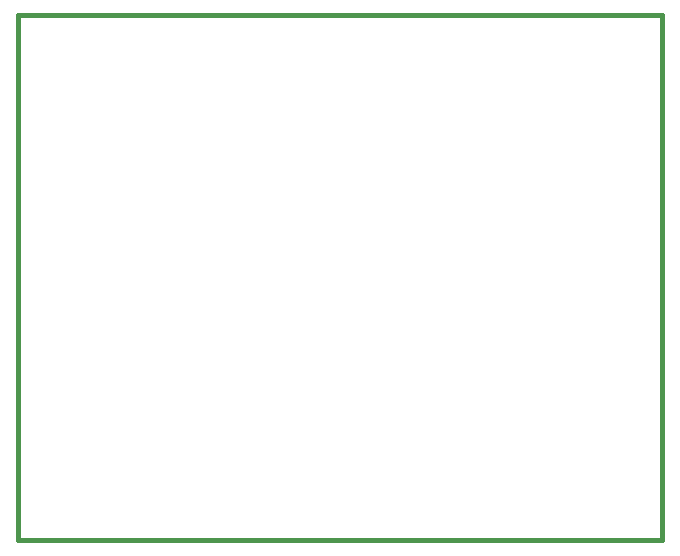
<source format=gm1>
G04 #@! TF.FileFunction,Profile,NP*
%FSLAX46Y46*%
G04 Gerber Fmt 4.6, Leading zero omitted, Abs format (unit mm)*
G04 Created by KiCad (PCBNEW 4.1.0-alpha+201605091531+6781~44~ubuntu15.10.1-product) date Mon 19 Sep 2016 03:19:41 PM CEST*
%MOMM*%
%LPD*%
G01*
G04 APERTURE LIST*
%ADD10C,0.150000*%
%ADD11C,0.381000*%
G04 APERTURE END LIST*
D10*
D11*
X123500000Y-73500000D02*
X178000000Y-73500000D01*
X123500000Y-118000000D02*
X123500000Y-73500000D01*
X178000000Y-118000000D02*
X123500000Y-118000000D01*
X178000000Y-73500000D02*
X178000000Y-118000000D01*
M02*

</source>
